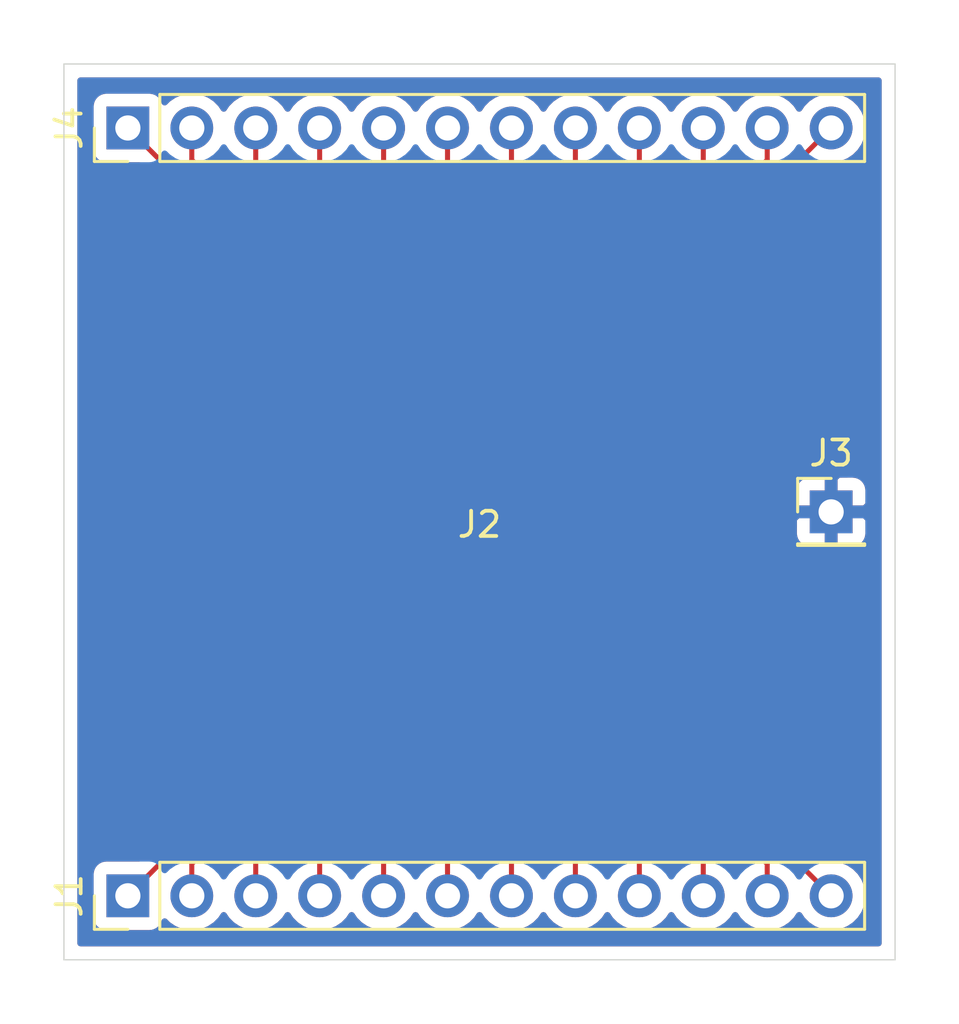
<source format=kicad_pcb>
(kicad_pcb (version 20171130) (host pcbnew "(5.1.6-0-10_14)")

  (general
    (thickness 1.6)
    (drawings 4)
    (tracks 68)
    (zones 0)
    (modules 4)
    (nets 26)
  )

  (page A4)
  (layers
    (0 F.Cu signal)
    (31 B.Cu signal hide)
    (32 B.Adhes user)
    (33 F.Adhes user)
    (34 B.Paste user)
    (35 F.Paste user)
    (36 B.SilkS user)
    (37 F.SilkS user)
    (38 B.Mask user)
    (39 F.Mask user)
    (40 Dwgs.User user)
    (41 Cmts.User user)
    (42 Eco1.User user)
    (43 Eco2.User user)
    (44 Edge.Cuts user)
    (45 Margin user)
    (46 B.CrtYd user)
    (47 F.CrtYd user)
    (48 B.Fab user)
    (49 F.Fab user)
  )

  (setup
    (last_trace_width 0.2)
    (trace_clearance 0.18)
    (zone_clearance 0.508)
    (zone_45_only no)
    (trace_min 0.2)
    (via_size 0.8)
    (via_drill 0.4)
    (via_min_size 0.4)
    (via_min_drill 0.3)
    (uvia_size 0.3)
    (uvia_drill 0.1)
    (uvias_allowed no)
    (uvia_min_size 0.2)
    (uvia_min_drill 0.1)
    (edge_width 0.05)
    (segment_width 0.2)
    (pcb_text_width 0.3)
    (pcb_text_size 1.5 1.5)
    (mod_edge_width 0.12)
    (mod_text_size 1 1)
    (mod_text_width 0.15)
    (pad_size 1.524 1.524)
    (pad_drill 0.762)
    (pad_to_mask_clearance 0.05)
    (aux_axis_origin 0 0)
    (visible_elements FFFFFF7F)
    (pcbplotparams
      (layerselection 0x010fc_ffffffff)
      (usegerberextensions false)
      (usegerberattributes true)
      (usegerberadvancedattributes true)
      (creategerberjobfile true)
      (excludeedgelayer true)
      (linewidth 0.100000)
      (plotframeref false)
      (viasonmask false)
      (mode 1)
      (useauxorigin false)
      (hpglpennumber 1)
      (hpglpenspeed 20)
      (hpglpendiameter 15.000000)
      (psnegative false)
      (psa4output false)
      (plotreference true)
      (plotvalue true)
      (plotinvisibletext false)
      (padsonsilk false)
      (subtractmaskfromsilk false)
      (outputformat 1)
      (mirror false)
      (drillshape 1)
      (scaleselection 1)
      (outputdirectory ""))
  )

  (net 0 "")
  (net 1 "Net-(J1-Pad12)")
  (net 2 "Net-(J1-Pad11)")
  (net 3 "Net-(J1-Pad10)")
  (net 4 "Net-(J1-Pad9)")
  (net 5 "Net-(J1-Pad8)")
  (net 6 "Net-(J1-Pad7)")
  (net 7 "Net-(J1-Pad6)")
  (net 8 "Net-(J1-Pad5)")
  (net 9 "Net-(J1-Pad4)")
  (net 10 "Net-(J1-Pad3)")
  (net 11 "Net-(J1-Pad2)")
  (net 12 "Net-(J1-Pad1)")
  (net 13 GND)
  (net 14 "Net-(J2-Pad24)")
  (net 15 "Net-(J2-Pad22)")
  (net 16 "Net-(J2-Pad20)")
  (net 17 "Net-(J2-Pad18)")
  (net 18 "Net-(J2-Pad16)")
  (net 19 "Net-(J2-Pad14)")
  (net 20 "Net-(J2-Pad12)")
  (net 21 "Net-(J2-Pad10)")
  (net 22 "Net-(J2-Pad8)")
  (net 23 "Net-(J2-Pad6)")
  (net 24 "Net-(J2-Pad4)")
  (net 25 "Net-(J2-Pad2)")

  (net_class Default "This is the default net class."
    (clearance 0.18)
    (trace_width 0.2)
    (via_dia 0.8)
    (via_drill 0.4)
    (uvia_dia 0.3)
    (uvia_drill 0.1)
    (add_net GND)
    (add_net "Net-(J1-Pad1)")
    (add_net "Net-(J1-Pad10)")
    (add_net "Net-(J1-Pad11)")
    (add_net "Net-(J1-Pad12)")
    (add_net "Net-(J1-Pad2)")
    (add_net "Net-(J1-Pad3)")
    (add_net "Net-(J1-Pad4)")
    (add_net "Net-(J1-Pad5)")
    (add_net "Net-(J1-Pad6)")
    (add_net "Net-(J1-Pad7)")
    (add_net "Net-(J1-Pad8)")
    (add_net "Net-(J1-Pad9)")
    (add_net "Net-(J2-Pad10)")
    (add_net "Net-(J2-Pad12)")
    (add_net "Net-(J2-Pad14)")
    (add_net "Net-(J2-Pad16)")
    (add_net "Net-(J2-Pad18)")
    (add_net "Net-(J2-Pad2)")
    (add_net "Net-(J2-Pad20)")
    (add_net "Net-(J2-Pad22)")
    (add_net "Net-(J2-Pad24)")
    (add_net "Net-(J2-Pad4)")
    (add_net "Net-(J2-Pad6)")
    (add_net "Net-(J2-Pad8)")
  )

  (module Connector_PinHeader_2.54mm:PinHeader_1x12_P2.54mm_Vertical locked (layer F.Cu) (tedit 59FED5CC) (tstamp 603240ED)
    (at 113.03 38.1 90)
    (descr "Through hole straight pin header, 1x12, 2.54mm pitch, single row")
    (tags "Through hole pin header THT 1x12 2.54mm single row")
    (path /603264C4)
    (fp_text reference J4 (at 0 -2.33 90) (layer F.SilkS)
      (effects (font (size 1 1) (thickness 0.15)))
    )
    (fp_text value Conn_01x12 (at 0 30.27 90) (layer F.Fab)
      (effects (font (size 1 1) (thickness 0.15)))
    )
    (fp_text user %R (at 0 13.97) (layer F.Fab)
      (effects (font (size 1 1) (thickness 0.15)))
    )
    (fp_line (start -0.635 -1.27) (end 1.27 -1.27) (layer F.Fab) (width 0.1))
    (fp_line (start 1.27 -1.27) (end 1.27 29.21) (layer F.Fab) (width 0.1))
    (fp_line (start 1.27 29.21) (end -1.27 29.21) (layer F.Fab) (width 0.1))
    (fp_line (start -1.27 29.21) (end -1.27 -0.635) (layer F.Fab) (width 0.1))
    (fp_line (start -1.27 -0.635) (end -0.635 -1.27) (layer F.Fab) (width 0.1))
    (fp_line (start -1.33 29.27) (end 1.33 29.27) (layer F.SilkS) (width 0.12))
    (fp_line (start -1.33 1.27) (end -1.33 29.27) (layer F.SilkS) (width 0.12))
    (fp_line (start 1.33 1.27) (end 1.33 29.27) (layer F.SilkS) (width 0.12))
    (fp_line (start -1.33 1.27) (end 1.33 1.27) (layer F.SilkS) (width 0.12))
    (fp_line (start -1.33 0) (end -1.33 -1.33) (layer F.SilkS) (width 0.12))
    (fp_line (start -1.33 -1.33) (end 0 -1.33) (layer F.SilkS) (width 0.12))
    (fp_line (start -1.8 -1.8) (end -1.8 29.75) (layer F.CrtYd) (width 0.05))
    (fp_line (start -1.8 29.75) (end 1.8 29.75) (layer F.CrtYd) (width 0.05))
    (fp_line (start 1.8 29.75) (end 1.8 -1.8) (layer F.CrtYd) (width 0.05))
    (fp_line (start 1.8 -1.8) (end -1.8 -1.8) (layer F.CrtYd) (width 0.05))
    (pad 12 thru_hole oval (at 0 27.94 90) (size 1.7 1.7) (drill 1) (layers *.Cu *.Mask)
      (net 14 "Net-(J2-Pad24)"))
    (pad 11 thru_hole oval (at 0 25.4 90) (size 1.7 1.7) (drill 1) (layers *.Cu *.Mask)
      (net 15 "Net-(J2-Pad22)"))
    (pad 10 thru_hole oval (at 0 22.86 90) (size 1.7 1.7) (drill 1) (layers *.Cu *.Mask)
      (net 16 "Net-(J2-Pad20)"))
    (pad 9 thru_hole oval (at 0 20.32 90) (size 1.7 1.7) (drill 1) (layers *.Cu *.Mask)
      (net 17 "Net-(J2-Pad18)"))
    (pad 8 thru_hole oval (at 0 17.78 90) (size 1.7 1.7) (drill 1) (layers *.Cu *.Mask)
      (net 18 "Net-(J2-Pad16)"))
    (pad 7 thru_hole oval (at 0 15.24 90) (size 1.7 1.7) (drill 1) (layers *.Cu *.Mask)
      (net 19 "Net-(J2-Pad14)"))
    (pad 6 thru_hole oval (at 0 12.7 90) (size 1.7 1.7) (drill 1) (layers *.Cu *.Mask)
      (net 20 "Net-(J2-Pad12)"))
    (pad 5 thru_hole oval (at 0 10.16 90) (size 1.7 1.7) (drill 1) (layers *.Cu *.Mask)
      (net 21 "Net-(J2-Pad10)"))
    (pad 4 thru_hole oval (at 0 7.62 90) (size 1.7 1.7) (drill 1) (layers *.Cu *.Mask)
      (net 22 "Net-(J2-Pad8)"))
    (pad 3 thru_hole oval (at 0 5.08 90) (size 1.7 1.7) (drill 1) (layers *.Cu *.Mask)
      (net 23 "Net-(J2-Pad6)"))
    (pad 2 thru_hole oval (at 0 2.54 90) (size 1.7 1.7) (drill 1) (layers *.Cu *.Mask)
      (net 24 "Net-(J2-Pad4)"))
    (pad 1 thru_hole rect (at 0 0 90) (size 1.7 1.7) (drill 1) (layers *.Cu *.Mask)
      (net 25 "Net-(J2-Pad2)"))
    (model ${KISYS3DMOD}/Connector_PinHeader_2.54mm.3dshapes/PinHeader_1x12_P2.54mm_Vertical.wrl
      (at (xyz 0 0 0))
      (scale (xyz 1 1 1))
      (rotate (xyz 0 0 0))
    )
  )

  (module Connector_PinHeader_2.54mm:PinHeader_1x01_P2.54mm_Vertical locked (layer F.Cu) (tedit 59FED5CC) (tstamp 60324553)
    (at 140.97 53.34)
    (descr "Through hole straight pin header, 1x01, 2.54mm pitch, single row")
    (tags "Through hole pin header THT 1x01 2.54mm single row")
    (path /60327544)
    (fp_text reference J3 (at 0 -2.33) (layer F.SilkS)
      (effects (font (size 1 1) (thickness 0.15)))
    )
    (fp_text value Conn_01x01 (at 0 2.33) (layer F.Fab)
      (effects (font (size 1 1) (thickness 0.15)))
    )
    (fp_text user %R (at 0 0 90) (layer F.Fab)
      (effects (font (size 1 1) (thickness 0.15)))
    )
    (fp_line (start -0.635 -1.27) (end 1.27 -1.27) (layer F.Fab) (width 0.1))
    (fp_line (start 1.27 -1.27) (end 1.27 1.27) (layer F.Fab) (width 0.1))
    (fp_line (start 1.27 1.27) (end -1.27 1.27) (layer F.Fab) (width 0.1))
    (fp_line (start -1.27 1.27) (end -1.27 -0.635) (layer F.Fab) (width 0.1))
    (fp_line (start -1.27 -0.635) (end -0.635 -1.27) (layer F.Fab) (width 0.1))
    (fp_line (start -1.33 1.33) (end 1.33 1.33) (layer F.SilkS) (width 0.12))
    (fp_line (start -1.33 1.27) (end -1.33 1.33) (layer F.SilkS) (width 0.12))
    (fp_line (start 1.33 1.27) (end 1.33 1.33) (layer F.SilkS) (width 0.12))
    (fp_line (start -1.33 1.27) (end 1.33 1.27) (layer F.SilkS) (width 0.12))
    (fp_line (start -1.33 0) (end -1.33 -1.33) (layer F.SilkS) (width 0.12))
    (fp_line (start -1.33 -1.33) (end 0 -1.33) (layer F.SilkS) (width 0.12))
    (fp_line (start -1.8 -1.8) (end -1.8 1.8) (layer F.CrtYd) (width 0.05))
    (fp_line (start -1.8 1.8) (end 1.8 1.8) (layer F.CrtYd) (width 0.05))
    (fp_line (start 1.8 1.8) (end 1.8 -1.8) (layer F.CrtYd) (width 0.05))
    (fp_line (start 1.8 -1.8) (end -1.8 -1.8) (layer F.CrtYd) (width 0.05))
    (pad 1 thru_hole rect (at 0 0) (size 1.7 1.7) (drill 1) (layers *.Cu *.Mask)
      (net 13 GND))
    (model ${KISYS3DMOD}/Connector_PinHeader_2.54mm.3dshapes/PinHeader_1x01_P2.54mm_Vertical.wrl
      (at (xyz 0 0 0))
      (scale (xyz 1 1 1))
      (rotate (xyz 0 0 0))
    )
  )

  (module footprints:AA03-S024VA1 locked (layer F.Cu) (tedit 6031DFF5) (tstamp 60324442)
    (at 127 53.34)
    (path /60320413)
    (fp_text reference J2 (at 0 0.5) (layer F.SilkS)
      (effects (font (size 1 1) (thickness 0.15)))
    )
    (fp_text value AA03-S024VA1 (at 0 -0.5) (layer F.Fab)
      (effects (font (size 1 1) (thickness 0.15)))
    )
    (fp_line (start -3.8 2.5) (end 3.8 2.5) (layer F.CrtYd) (width 0.12))
    (fp_line (start 3.8 2.5) (end 3.8 -2.5) (layer F.CrtYd) (width 0.12))
    (fp_line (start 3.8 -2.5) (end -3.8 -2.5) (layer F.CrtYd) (width 0.12))
    (fp_line (start -3.8 -2.5) (end -3.8 2.5) (layer F.CrtYd) (width 0.12))
    (pad 25 smd roundrect (at 3.06 -1.7) (size 0.98 1) (layers F.Cu F.Paste F.Mask) (roundrect_rratio 0.061)
      (net 13 GND))
    (pad 25 smd roundrect (at 3.06 1.7) (size 0.98 1) (layers F.Cu F.Paste F.Mask) (roundrect_rratio 0.061)
      (net 13 GND))
    (pad 25 smd roundrect (at -3.06 1.7) (size 0.98 1) (layers F.Cu F.Paste F.Mask) (roundrect_rratio 0.061)
      (net 13 GND))
    (pad 25 smd roundrect (at -3.06 -1.7) (size 0.98 1) (layers F.Cu F.Paste F.Mask) (roundrect_rratio 0.061)
      (net 13 GND))
    (pad 24 smd roundrect (at 2.2 -1.75) (size 0.22 0.9) (layers F.Cu F.Paste F.Mask) (roundrect_rratio 0.25)
      (net 14 "Net-(J2-Pad24)"))
    (pad 23 smd roundrect (at 2.2 1.75) (size 0.22 0.9) (layers F.Cu F.Paste F.Mask) (roundrect_rratio 0.25)
      (net 1 "Net-(J1-Pad12)"))
    (pad 22 smd roundrect (at 1.8 -1.75) (size 0.22 0.9) (layers F.Cu F.Paste F.Mask) (roundrect_rratio 0.25)
      (net 15 "Net-(J2-Pad22)"))
    (pad 21 smd roundrect (at 1.8 1.75) (size 0.22 0.9) (layers F.Cu F.Paste F.Mask) (roundrect_rratio 0.25)
      (net 2 "Net-(J1-Pad11)"))
    (pad 20 smd roundrect (at 1.4 -1.75) (size 0.22 0.9) (layers F.Cu F.Paste F.Mask) (roundrect_rratio 0.25)
      (net 16 "Net-(J2-Pad20)"))
    (pad 19 smd roundrect (at 1.4 1.75) (size 0.22 0.9) (layers F.Cu F.Paste F.Mask) (roundrect_rratio 0.25)
      (net 3 "Net-(J1-Pad10)"))
    (pad 18 smd roundrect (at 1 -1.75) (size 0.22 0.9) (layers F.Cu F.Paste F.Mask) (roundrect_rratio 0.25)
      (net 17 "Net-(J2-Pad18)"))
    (pad 17 smd roundrect (at 1 1.75) (size 0.22 0.9) (layers F.Cu F.Paste F.Mask) (roundrect_rratio 0.25)
      (net 4 "Net-(J1-Pad9)"))
    (pad 16 smd roundrect (at 0.6 -1.75) (size 0.22 0.9) (layers F.Cu F.Paste F.Mask) (roundrect_rratio 0.25)
      (net 18 "Net-(J2-Pad16)"))
    (pad 15 smd roundrect (at 0.6 1.75) (size 0.22 0.9) (layers F.Cu F.Paste F.Mask) (roundrect_rratio 0.25)
      (net 5 "Net-(J1-Pad8)"))
    (pad 14 smd roundrect (at 0.2 -1.75) (size 0.22 0.9) (layers F.Cu F.Paste F.Mask) (roundrect_rratio 0.25)
      (net 19 "Net-(J2-Pad14)"))
    (pad 13 smd roundrect (at 0.2 1.75) (size 0.22 0.9) (layers F.Cu F.Paste F.Mask) (roundrect_rratio 0.25)
      (net 6 "Net-(J1-Pad7)"))
    (pad 12 smd roundrect (at -0.2 -1.75) (size 0.22 0.9) (layers F.Cu F.Paste F.Mask) (roundrect_rratio 0.25)
      (net 20 "Net-(J2-Pad12)"))
    (pad 11 smd roundrect (at -0.2 1.75) (size 0.22 0.9) (layers F.Cu F.Paste F.Mask) (roundrect_rratio 0.25)
      (net 7 "Net-(J1-Pad6)"))
    (pad 10 smd roundrect (at -0.6 -1.75) (size 0.22 0.9) (layers F.Cu F.Paste F.Mask) (roundrect_rratio 0.25)
      (net 21 "Net-(J2-Pad10)"))
    (pad 9 smd roundrect (at -0.6 1.75) (size 0.22 0.9) (layers F.Cu F.Paste F.Mask) (roundrect_rratio 0.25)
      (net 8 "Net-(J1-Pad5)"))
    (pad 8 smd roundrect (at -1 -1.75) (size 0.22 0.9) (layers F.Cu F.Paste F.Mask) (roundrect_rratio 0.25)
      (net 22 "Net-(J2-Pad8)"))
    (pad 7 smd roundrect (at -1 1.75) (size 0.22 0.9) (layers F.Cu F.Paste F.Mask) (roundrect_rratio 0.25)
      (net 9 "Net-(J1-Pad4)"))
    (pad 6 smd roundrect (at -1.4 -1.75) (size 0.22 0.9) (layers F.Cu F.Paste F.Mask) (roundrect_rratio 0.25)
      (net 23 "Net-(J2-Pad6)"))
    (pad 5 smd roundrect (at -1.4 1.75) (size 0.22 0.9) (layers F.Cu F.Paste F.Mask) (roundrect_rratio 0.25)
      (net 10 "Net-(J1-Pad3)"))
    (pad 4 smd roundrect (at -1.8 -1.75) (size 0.22 0.9) (layers F.Cu F.Paste F.Mask) (roundrect_rratio 0.25)
      (net 24 "Net-(J2-Pad4)"))
    (pad 3 smd roundrect (at -1.8 1.75) (size 0.22 0.9) (layers F.Cu F.Paste F.Mask) (roundrect_rratio 0.25)
      (net 11 "Net-(J1-Pad2)"))
    (pad 2 smd roundrect (at -2.2 -1.75) (size 0.22 0.9) (layers F.Cu F.Paste F.Mask) (roundrect_rratio 0.25)
      (net 25 "Net-(J2-Pad2)"))
    (pad 1 smd roundrect (at -2.2 1.75) (size 0.22 0.9) (layers F.Cu F.Paste F.Mask) (roundrect_rratio 0.25)
      (net 12 "Net-(J1-Pad1)"))
  )

  (module Connector_PinHeader_2.54mm:PinHeader_1x12_P2.54mm_Vertical locked (layer F.Cu) (tedit 59FED5CC) (tstamp 60324094)
    (at 113.03 68.58 90)
    (descr "Through hole straight pin header, 1x12, 2.54mm pitch, single row")
    (tags "Through hole pin header THT 1x12 2.54mm single row")
    (path /60322498)
    (fp_text reference J1 (at 0 -2.33 90) (layer F.SilkS)
      (effects (font (size 1 1) (thickness 0.15)))
    )
    (fp_text value Conn_01x12 (at 0 30.27 90) (layer F.Fab)
      (effects (font (size 1 1) (thickness 0.15)))
    )
    (fp_text user %R (at 0 13.97) (layer F.Fab)
      (effects (font (size 1 1) (thickness 0.15)))
    )
    (fp_line (start -0.635 -1.27) (end 1.27 -1.27) (layer F.Fab) (width 0.1))
    (fp_line (start 1.27 -1.27) (end 1.27 29.21) (layer F.Fab) (width 0.1))
    (fp_line (start 1.27 29.21) (end -1.27 29.21) (layer F.Fab) (width 0.1))
    (fp_line (start -1.27 29.21) (end -1.27 -0.635) (layer F.Fab) (width 0.1))
    (fp_line (start -1.27 -0.635) (end -0.635 -1.27) (layer F.Fab) (width 0.1))
    (fp_line (start -1.33 29.27) (end 1.33 29.27) (layer F.SilkS) (width 0.12))
    (fp_line (start -1.33 1.27) (end -1.33 29.27) (layer F.SilkS) (width 0.12))
    (fp_line (start 1.33 1.27) (end 1.33 29.27) (layer F.SilkS) (width 0.12))
    (fp_line (start -1.33 1.27) (end 1.33 1.27) (layer F.SilkS) (width 0.12))
    (fp_line (start -1.33 0) (end -1.33 -1.33) (layer F.SilkS) (width 0.12))
    (fp_line (start -1.33 -1.33) (end 0 -1.33) (layer F.SilkS) (width 0.12))
    (fp_line (start -1.8 -1.8) (end -1.8 29.75) (layer F.CrtYd) (width 0.05))
    (fp_line (start -1.8 29.75) (end 1.8 29.75) (layer F.CrtYd) (width 0.05))
    (fp_line (start 1.8 29.75) (end 1.8 -1.8) (layer F.CrtYd) (width 0.05))
    (fp_line (start 1.8 -1.8) (end -1.8 -1.8) (layer F.CrtYd) (width 0.05))
    (pad 12 thru_hole oval (at 0 27.94 90) (size 1.7 1.7) (drill 1) (layers *.Cu *.Mask)
      (net 1 "Net-(J1-Pad12)"))
    (pad 11 thru_hole oval (at 0 25.4 90) (size 1.7 1.7) (drill 1) (layers *.Cu *.Mask)
      (net 2 "Net-(J1-Pad11)"))
    (pad 10 thru_hole oval (at 0 22.86 90) (size 1.7 1.7) (drill 1) (layers *.Cu *.Mask)
      (net 3 "Net-(J1-Pad10)"))
    (pad 9 thru_hole oval (at 0 20.32 90) (size 1.7 1.7) (drill 1) (layers *.Cu *.Mask)
      (net 4 "Net-(J1-Pad9)"))
    (pad 8 thru_hole oval (at 0 17.78 90) (size 1.7 1.7) (drill 1) (layers *.Cu *.Mask)
      (net 5 "Net-(J1-Pad8)"))
    (pad 7 thru_hole oval (at 0 15.24 90) (size 1.7 1.7) (drill 1) (layers *.Cu *.Mask)
      (net 6 "Net-(J1-Pad7)"))
    (pad 6 thru_hole oval (at 0 12.7 90) (size 1.7 1.7) (drill 1) (layers *.Cu *.Mask)
      (net 7 "Net-(J1-Pad6)"))
    (pad 5 thru_hole oval (at 0 10.16 90) (size 1.7 1.7) (drill 1) (layers *.Cu *.Mask)
      (net 8 "Net-(J1-Pad5)"))
    (pad 4 thru_hole oval (at 0 7.62 90) (size 1.7 1.7) (drill 1) (layers *.Cu *.Mask)
      (net 9 "Net-(J1-Pad4)"))
    (pad 3 thru_hole oval (at 0 5.08 90) (size 1.7 1.7) (drill 1) (layers *.Cu *.Mask)
      (net 10 "Net-(J1-Pad3)"))
    (pad 2 thru_hole oval (at 0 2.54 90) (size 1.7 1.7) (drill 1) (layers *.Cu *.Mask)
      (net 11 "Net-(J1-Pad2)"))
    (pad 1 thru_hole rect (at 0 0 90) (size 1.7 1.7) (drill 1) (layers *.Cu *.Mask)
      (net 12 "Net-(J1-Pad1)"))
    (model ${KISYS3DMOD}/Connector_PinHeader_2.54mm.3dshapes/PinHeader_1x12_P2.54mm_Vertical.wrl
      (at (xyz 0 0 0))
      (scale (xyz 1 1 1))
      (rotate (xyz 0 0 0))
    )
  )

  (gr_line (start 110.49 71.12) (end 110.49 35.56) (layer Edge.Cuts) (width 0.05) (tstamp 60324B53))
  (gr_line (start 143.51 71.12) (end 110.49 71.12) (layer Edge.Cuts) (width 0.05))
  (gr_line (start 143.51 35.56) (end 143.51 71.12) (layer Edge.Cuts) (width 0.05))
  (gr_line (start 110.49 35.56) (end 143.51 35.56) (layer Edge.Cuts) (width 0.05))

  (segment (start 129.2 56.81) (end 140.97 68.58) (width 0.2) (layer F.Cu) (net 1))
  (segment (start 129.2 55.09) (end 129.2 56.81) (width 0.2) (layer F.Cu) (net 1))
  (segment (start 138.43 67.31) (end 138.43 68.58) (width 0.2) (layer F.Cu) (net 2))
  (segment (start 128.8 57.68) (end 138.43 67.31) (width 0.2) (layer F.Cu) (net 2))
  (segment (start 128.8 55.09) (end 128.8 57.68) (width 0.2) (layer F.Cu) (net 2))
  (segment (start 135.89 66.04) (end 135.89 68.58) (width 0.2) (layer F.Cu) (net 3))
  (segment (start 128.4 58.55) (end 135.89 66.04) (width 0.2) (layer F.Cu) (net 3))
  (segment (start 128.4 55.09) (end 128.4 58.55) (width 0.2) (layer F.Cu) (net 3))
  (segment (start 133.35 64.77) (end 133.35 68.58) (width 0.2) (layer F.Cu) (net 4))
  (segment (start 128 59.42) (end 133.35 64.77) (width 0.2) (layer F.Cu) (net 4))
  (segment (start 128 55.09) (end 128 59.42) (width 0.2) (layer F.Cu) (net 4))
  (segment (start 130.81 63.5) (end 130.81 68.58) (width 0.2) (layer F.Cu) (net 5))
  (segment (start 127.6 60.29) (end 130.81 63.5) (width 0.2) (layer F.Cu) (net 5))
  (segment (start 127.6 55.09) (end 127.6 60.29) (width 0.2) (layer F.Cu) (net 5))
  (segment (start 128.27 62.23) (end 128.27 68.58) (width 0.2) (layer F.Cu) (net 6))
  (segment (start 127.2 61.16) (end 128.27 62.23) (width 0.2) (layer F.Cu) (net 6))
  (segment (start 127.2 55.09) (end 127.2 61.16) (width 0.2) (layer F.Cu) (net 6))
  (segment (start 125.73 62.23) (end 125.73 68.58) (width 0.2) (layer F.Cu) (net 7))
  (segment (start 126.8 61.16) (end 125.73 62.23) (width 0.2) (layer F.Cu) (net 7))
  (segment (start 126.8 55.09) (end 126.8 61.16) (width 0.2) (layer F.Cu) (net 7))
  (segment (start 123.19 63.5) (end 123.19 68.58) (width 0.2) (layer F.Cu) (net 8))
  (segment (start 126.4 60.29) (end 123.19 63.5) (width 0.2) (layer F.Cu) (net 8))
  (segment (start 126.4 55.09) (end 126.4 60.29) (width 0.2) (layer F.Cu) (net 8))
  (segment (start 126 59.42) (end 120.65 64.77) (width 0.2) (layer F.Cu) (net 9))
  (segment (start 120.65 64.77) (end 120.65 68.58) (width 0.2) (layer F.Cu) (net 9))
  (segment (start 126 55.09) (end 126 59.42) (width 0.2) (layer F.Cu) (net 9))
  (segment (start 118.11 66.04) (end 118.11 68.58) (width 0.2) (layer F.Cu) (net 10))
  (segment (start 125.6 58.55) (end 118.11 66.04) (width 0.2) (layer F.Cu) (net 10))
  (segment (start 125.6 55.09) (end 125.6 58.55) (width 0.2) (layer F.Cu) (net 10))
  (segment (start 115.57 67.31) (end 115.57 68.58) (width 0.2) (layer F.Cu) (net 11))
  (segment (start 125.2 57.68) (end 115.57 67.31) (width 0.2) (layer F.Cu) (net 11))
  (segment (start 125.2 55.09) (end 125.2 57.68) (width 0.2) (layer F.Cu) (net 11))
  (segment (start 124.8 56.81) (end 113.03 68.58) (width 0.2) (layer F.Cu) (net 12))
  (segment (start 124.8 55.09) (end 124.8 56.81) (width 0.2) (layer F.Cu) (net 12))
  (segment (start 129.2 49.87) (end 140.97 38.1) (width 0.2) (layer F.Cu) (net 14))
  (segment (start 129.2 51.59) (end 129.2 49.87) (width 0.2) (layer F.Cu) (net 14))
  (segment (start 138.43 39.37) (end 138.43 38.1) (width 0.2) (layer F.Cu) (net 15))
  (segment (start 128.8 49) (end 138.43 39.37) (width 0.2) (layer F.Cu) (net 15))
  (segment (start 128.8 51.59) (end 128.8 49) (width 0.2) (layer F.Cu) (net 15))
  (segment (start 128.4 48.13) (end 135.89 40.64) (width 0.2) (layer F.Cu) (net 16))
  (segment (start 135.89 40.64) (end 135.89 38.1) (width 0.2) (layer F.Cu) (net 16))
  (segment (start 128.4 51.59) (end 128.4 48.13) (width 0.2) (layer F.Cu) (net 16))
  (segment (start 133.35 41.91) (end 133.35 38.1) (width 0.2) (layer F.Cu) (net 17))
  (segment (start 128 47.26) (end 133.35 41.91) (width 0.2) (layer F.Cu) (net 17))
  (segment (start 128 51.59) (end 128 47.26) (width 0.2) (layer F.Cu) (net 17))
  (segment (start 130.81 43.18) (end 130.81 38.1) (width 0.2) (layer F.Cu) (net 18))
  (segment (start 127.6 46.39) (end 130.81 43.18) (width 0.2) (layer F.Cu) (net 18))
  (segment (start 127.6 51.59) (end 127.6 46.39) (width 0.2) (layer F.Cu) (net 18))
  (segment (start 127.2 45.52) (end 128.27 44.45) (width 0.2) (layer F.Cu) (net 19))
  (segment (start 128.27 44.45) (end 128.27 38.1) (width 0.2) (layer F.Cu) (net 19))
  (segment (start 127.2 51.59) (end 127.2 45.52) (width 0.2) (layer F.Cu) (net 19))
  (segment (start 125.73 44.45) (end 125.73 38.1) (width 0.2) (layer F.Cu) (net 20))
  (segment (start 126.8 45.52) (end 125.73 44.45) (width 0.2) (layer F.Cu) (net 20))
  (segment (start 126.8 51.59) (end 126.8 45.52) (width 0.2) (layer F.Cu) (net 20))
  (segment (start 123.19 43.18) (end 123.19 38.1) (width 0.2) (layer F.Cu) (net 21))
  (segment (start 126.4 46.39) (end 123.19 43.18) (width 0.2) (layer F.Cu) (net 21))
  (segment (start 126.4 51.59) (end 126.4 46.39) (width 0.2) (layer F.Cu) (net 21))
  (segment (start 120.65 41.91) (end 120.65 38.1) (width 0.2) (layer F.Cu) (net 22))
  (segment (start 126 47.26) (end 120.65 41.91) (width 0.2) (layer F.Cu) (net 22))
  (segment (start 126 51.59) (end 126 47.26) (width 0.2) (layer F.Cu) (net 22))
  (segment (start 118.11 40.64) (end 118.11 38.1) (width 0.2) (layer F.Cu) (net 23))
  (segment (start 125.6 48.13) (end 118.11 40.64) (width 0.2) (layer F.Cu) (net 23))
  (segment (start 125.6 51.59) (end 125.6 48.13) (width 0.2) (layer F.Cu) (net 23))
  (segment (start 115.57 39.37) (end 115.57 38.1) (width 0.2) (layer F.Cu) (net 24))
  (segment (start 125.2 49) (end 115.57 39.37) (width 0.2) (layer F.Cu) (net 24))
  (segment (start 125.2 51.59) (end 125.2 49) (width 0.2) (layer F.Cu) (net 24))
  (segment (start 124.8 49.87) (end 113.03 38.1) (width 0.2) (layer F.Cu) (net 25))
  (segment (start 124.8 51.59) (end 124.8 49.87) (width 0.2) (layer F.Cu) (net 25))

  (zone (net 13) (net_name GND) (layer F.Cu) (tstamp 0) (hatch edge 0.508)
    (connect_pads (clearance 0.508))
    (min_thickness 0.254)
    (fill yes (arc_segments 32) (thermal_gap 0.508) (thermal_bridge_width 0.508))
    (polygon
      (pts
        (xy 146.05 73.66) (xy 107.95 73.66) (xy 107.95 33.02) (xy 146.05 33.02)
      )
    )
    (filled_polygon
      (pts
        (xy 142.850001 70.46) (xy 111.15 70.46) (xy 111.15 67.73) (xy 111.541928 67.73) (xy 111.541928 69.43)
        (xy 111.554188 69.554482) (xy 111.590498 69.67418) (xy 111.649463 69.784494) (xy 111.728815 69.881185) (xy 111.825506 69.960537)
        (xy 111.93582 70.019502) (xy 112.055518 70.055812) (xy 112.18 70.068072) (xy 113.88 70.068072) (xy 114.004482 70.055812)
        (xy 114.12418 70.019502) (xy 114.234494 69.960537) (xy 114.331185 69.881185) (xy 114.410537 69.784494) (xy 114.469502 69.67418)
        (xy 114.491513 69.60162) (xy 114.623368 69.733475) (xy 114.866589 69.89599) (xy 115.136842 70.007932) (xy 115.42374 70.065)
        (xy 115.71626 70.065) (xy 116.003158 70.007932) (xy 116.273411 69.89599) (xy 116.516632 69.733475) (xy 116.723475 69.526632)
        (xy 116.84 69.35224) (xy 116.956525 69.526632) (xy 117.163368 69.733475) (xy 117.406589 69.89599) (xy 117.676842 70.007932)
        (xy 117.96374 70.065) (xy 118.25626 70.065) (xy 118.543158 70.007932) (xy 118.813411 69.89599) (xy 119.056632 69.733475)
        (xy 119.263475 69.526632) (xy 119.38 69.35224) (xy 119.496525 69.526632) (xy 119.703368 69.733475) (xy 119.946589 69.89599)
        (xy 120.216842 70.007932) (xy 120.50374 70.065) (xy 120.79626 70.065) (xy 121.083158 70.007932) (xy 121.353411 69.89599)
        (xy 121.596632 69.733475) (xy 121.803475 69.526632) (xy 121.92 69.35224) (xy 122.036525 69.526632) (xy 122.243368 69.733475)
        (xy 122.486589 69.89599) (xy 122.756842 70.007932) (xy 123.04374 70.065) (xy 123.33626 70.065) (xy 123.623158 70.007932)
        (xy 123.893411 69.89599) (xy 124.136632 69.733475) (xy 124.343475 69.526632) (xy 124.46 69.35224) (xy 124.576525 69.526632)
        (xy 124.783368 69.733475) (xy 125.026589 69.89599) (xy 125.296842 70.007932) (xy 125.58374 70.065) (xy 125.87626 70.065)
        (xy 126.163158 70.007932) (xy 126.433411 69.89599) (xy 126.676632 69.733475) (xy 126.883475 69.526632) (xy 127 69.35224)
        (xy 127.116525 69.526632) (xy 127.323368 69.733475) (xy 127.566589 69.89599) (xy 127.836842 70.007932) (xy 128.12374 70.065)
        (xy 128.41626 70.065) (xy 128.703158 70.007932) (xy 128.973411 69.89599) (xy 129.216632 69.733475) (xy 129.423475 69.526632)
        (xy 129.54 69.35224) (xy 129.656525 69.526632) (xy 129.863368 69.733475) (xy 130.106589 69.89599) (xy 130.376842 70.007932)
        (xy 130.66374 70.065) (xy 130.95626 70.065) (xy 131.243158 70.007932) (xy 131.513411 69.89599) (xy 131.756632 69.733475)
        (xy 131.963475 69.526632) (xy 132.08 69.35224) (xy 132.196525 69.526632) (xy 132.403368 69.733475) (xy 132.646589 69.89599)
        (xy 132.916842 70.007932) (xy 133.20374 70.065) (xy 133.49626 70.065) (xy 133.783158 70.007932) (xy 134.053411 69.89599)
        (xy 134.296632 69.733475) (xy 134.503475 69.526632) (xy 134.62 69.35224) (xy 134.736525 69.526632) (xy 134.943368 69.733475)
        (xy 135.186589 69.89599) (xy 135.456842 70.007932) (xy 135.74374 70.065) (xy 136.03626 70.065) (xy 136.323158 70.007932)
        (xy 136.593411 69.89599) (xy 136.836632 69.733475) (xy 137.043475 69.526632) (xy 137.16 69.35224) (xy 137.276525 69.526632)
        (xy 137.483368 69.733475) (xy 137.726589 69.89599) (xy 137.996842 70.007932) (xy 138.28374 70.065) (xy 138.57626 70.065)
        (xy 138.863158 70.007932) (xy 139.133411 69.89599) (xy 139.376632 69.733475) (xy 139.583475 69.526632) (xy 139.7 69.35224)
        (xy 139.816525 69.526632) (xy 140.023368 69.733475) (xy 140.266589 69.89599) (xy 140.536842 70.007932) (xy 140.82374 70.065)
        (xy 141.11626 70.065) (xy 141.403158 70.007932) (xy 141.673411 69.89599) (xy 141.916632 69.733475) (xy 142.123475 69.526632)
        (xy 142.28599 69.283411) (xy 142.397932 69.013158) (xy 142.455 68.72626) (xy 142.455 68.43374) (xy 142.397932 68.146842)
        (xy 142.28599 67.876589) (xy 142.123475 67.633368) (xy 141.916632 67.426525) (xy 141.673411 67.26401) (xy 141.403158 67.152068)
        (xy 141.11626 67.095) (xy 140.82374 67.095) (xy 140.574103 67.144656) (xy 129.935 56.505554) (xy 129.935 55.617724)
        (xy 129.948072 55.485) (xy 129.948072 55.167) (xy 130.187 55.167) (xy 130.187 56.01625) (xy 130.34575 56.175)
        (xy 130.55 56.178072) (xy 130.674482 56.165812) (xy 130.79418 56.129502) (xy 130.904494 56.070537) (xy 131.001185 55.991185)
        (xy 131.080537 55.894494) (xy 131.139502 55.78418) (xy 131.175812 55.664482) (xy 131.188072 55.54) (xy 131.185 55.32575)
        (xy 131.02625 55.167) (xy 130.187 55.167) (xy 129.948072 55.167) (xy 129.948072 54.695) (xy 129.934755 54.559788)
        (xy 129.933 54.554003) (xy 129.933 54.06375) (xy 130.187 54.06375) (xy 130.187 54.913) (xy 131.02625 54.913)
        (xy 131.185 54.75425) (xy 131.188072 54.54) (xy 131.175812 54.415518) (xy 131.139502 54.29582) (xy 131.08294 54.19)
        (xy 139.481928 54.19) (xy 139.494188 54.314482) (xy 139.530498 54.43418) (xy 139.589463 54.544494) (xy 139.668815 54.641185)
        (xy 139.765506 54.720537) (xy 139.87582 54.779502) (xy 139.995518 54.815812) (xy 140.12 54.828072) (xy 140.68425 54.825)
        (xy 140.843 54.66625) (xy 140.843 53.467) (xy 141.097 53.467) (xy 141.097 54.66625) (xy 141.25575 54.825)
        (xy 141.82 54.828072) (xy 141.944482 54.815812) (xy 142.06418 54.779502) (xy 142.174494 54.720537) (xy 142.271185 54.641185)
        (xy 142.350537 54.544494) (xy 142.409502 54.43418) (xy 142.445812 54.314482) (xy 142.458072 54.19) (xy 142.455 53.62575)
        (xy 142.29625 53.467) (xy 141.097 53.467) (xy 140.843 53.467) (xy 139.64375 53.467) (xy 139.485 53.62575)
        (xy 139.481928 54.19) (xy 131.08294 54.19) (xy 131.080537 54.185506) (xy 131.001185 54.088815) (xy 130.904494 54.009463)
        (xy 130.79418 53.950498) (xy 130.674482 53.914188) (xy 130.55 53.901928) (xy 130.34575 53.905) (xy 130.187 54.06375)
        (xy 129.933 54.06375) (xy 129.77425 53.905) (xy 129.57 53.901928) (xy 129.445518 53.914188) (xy 129.32582 53.950498)
        (xy 129.229603 54.001928) (xy 129.145 54.001928) (xy 129.009788 54.015245) (xy 129 54.018214) (xy 128.990212 54.015245)
        (xy 128.855 54.001928) (xy 128.745 54.001928) (xy 128.609788 54.015245) (xy 128.6 54.018214) (xy 128.590212 54.015245)
        (xy 128.455 54.001928) (xy 128.345 54.001928) (xy 128.209788 54.015245) (xy 128.2 54.018214) (xy 128.190212 54.015245)
        (xy 128.055 54.001928) (xy 127.945 54.001928) (xy 127.809788 54.015245) (xy 127.8 54.018214) (xy 127.790212 54.015245)
        (xy 127.655 54.001928) (xy 127.545 54.001928) (xy 127.409788 54.015245) (xy 127.4 54.018214) (xy 127.390212 54.015245)
        (xy 127.255 54.001928) (xy 127.145 54.001928) (xy 127.009788 54.015245) (xy 127 54.018214) (xy 126.990212 54.015245)
        (xy 126.855 54.001928) (xy 126.745 54.001928) (xy 126.609788 54.015245) (xy 126.6 54.018214) (xy 126.590212 54.015245)
        (xy 126.455 54.001928) (xy 126.345 54.001928) (xy 126.209788 54.015245) (xy 126.2 54.018214) (xy 126.190212 54.015245)
        (xy 126.055 54.001928) (xy 125.945 54.001928) (xy 125.809788 54.015245) (xy 125.8 54.018214) (xy 125.790212 54.015245)
        (xy 125.655 54.001928) (xy 125.545 54.001928) (xy 125.409788 54.015245) (xy 125.4 54.018214) (xy 125.390212 54.015245)
        (xy 125.255 54.001928) (xy 125.145 54.001928) (xy 125.009788 54.015245) (xy 125 54.018214) (xy 124.990212 54.015245)
        (xy 124.855 54.001928) (xy 124.770397 54.001928) (xy 124.67418 53.950498) (xy 124.554482 53.914188) (xy 124.43 53.901928)
        (xy 124.22575 53.905) (xy 124.067 54.06375) (xy 124.067 54.554003) (xy 124.065245 54.559788) (xy 124.051928 54.695)
        (xy 124.051928 55.485) (xy 124.065 55.617728) (xy 124.065001 56.505552) (xy 113.478626 67.091928) (xy 112.18 67.091928)
        (xy 112.055518 67.104188) (xy 111.93582 67.140498) (xy 111.825506 67.199463) (xy 111.728815 67.278815) (xy 111.649463 67.375506)
        (xy 111.590498 67.48582) (xy 111.554188 67.605518) (xy 111.541928 67.73) (xy 111.15 67.73) (xy 111.15 55.54)
        (xy 122.811928 55.54) (xy 122.824188 55.664482) (xy 122.860498 55.78418) (xy 122.919463 55.894494) (xy 122.998815 55.991185)
        (xy 123.095506 56.070537) (xy 123.20582 56.129502) (xy 123.325518 56.165812) (xy 123.45 56.178072) (xy 123.65425 56.175)
        (xy 123.813 56.01625) (xy 123.813 55.167) (xy 122.97375 55.167) (xy 122.815 55.32575) (xy 122.811928 55.54)
        (xy 111.15 55.54) (xy 111.15 54.54) (xy 122.811928 54.54) (xy 122.815 54.75425) (xy 122.97375 54.913)
        (xy 123.813 54.913) (xy 123.813 54.06375) (xy 123.65425 53.905) (xy 123.45 53.901928) (xy 123.325518 53.914188)
        (xy 123.20582 53.950498) (xy 123.095506 54.009463) (xy 122.998815 54.088815) (xy 122.919463 54.185506) (xy 122.860498 54.29582)
        (xy 122.824188 54.415518) (xy 122.811928 54.54) (xy 111.15 54.54) (xy 111.15 52.14) (xy 122.811928 52.14)
        (xy 122.824188 52.264482) (xy 122.860498 52.38418) (xy 122.919463 52.494494) (xy 122.998815 52.591185) (xy 123.095506 52.670537)
        (xy 123.20582 52.729502) (xy 123.325518 52.765812) (xy 123.45 52.778072) (xy 123.65425 52.775) (xy 123.813 52.61625)
        (xy 123.813 51.767) (xy 122.97375 51.767) (xy 122.815 51.92575) (xy 122.811928 52.14) (xy 111.15 52.14)
        (xy 111.15 51.14) (xy 122.811928 51.14) (xy 122.815 51.35425) (xy 122.97375 51.513) (xy 123.813 51.513)
        (xy 123.813 50.66375) (xy 123.65425 50.505) (xy 123.45 50.501928) (xy 123.325518 50.514188) (xy 123.20582 50.550498)
        (xy 123.095506 50.609463) (xy 122.998815 50.688815) (xy 122.919463 50.785506) (xy 122.860498 50.89582) (xy 122.824188 51.015518)
        (xy 122.811928 51.14) (xy 111.15 51.14) (xy 111.15 37.25) (xy 111.541928 37.25) (xy 111.541928 38.95)
        (xy 111.554188 39.074482) (xy 111.590498 39.19418) (xy 111.649463 39.304494) (xy 111.728815 39.401185) (xy 111.825506 39.480537)
        (xy 111.93582 39.539502) (xy 112.055518 39.575812) (xy 112.18 39.588072) (xy 113.478626 39.588072) (xy 124.065001 50.174448)
        (xy 124.065 51.062272) (xy 124.051928 51.195) (xy 124.051928 51.985) (xy 124.065245 52.120212) (xy 124.067 52.125997)
        (xy 124.067 52.61625) (xy 124.22575 52.775) (xy 124.43 52.778072) (xy 124.554482 52.765812) (xy 124.67418 52.729502)
        (xy 124.770397 52.678072) (xy 124.855 52.678072) (xy 124.990212 52.664755) (xy 125 52.661786) (xy 125.009788 52.664755)
        (xy 125.145 52.678072) (xy 125.255 52.678072) (xy 125.390212 52.664755) (xy 125.4 52.661786) (xy 125.409788 52.664755)
        (xy 125.545 52.678072) (xy 125.655 52.678072) (xy 125.790212 52.664755) (xy 125.8 52.661786) (xy 125.809788 52.664755)
        (xy 125.945 52.678072) (xy 126.055 52.678072) (xy 126.190212 52.664755) (xy 126.2 52.661786) (xy 126.209788 52.664755)
        (xy 126.345 52.678072) (xy 126.455 52.678072) (xy 126.590212 52.664755) (xy 126.6 52.661786) (xy 126.609788 52.664755)
        (xy 126.745 52.678072) (xy 126.855 52.678072) (xy 126.990212 52.664755) (xy 127 52.661786) (xy 127.009788 52.664755)
        (xy 127.145 52.678072) (xy 127.255 52.678072) (xy 127.390212 52.664755) (xy 127.4 52.661786) (xy 127.409788 52.664755)
        (xy 127.545 52.678072) (xy 127.655 52.678072) (xy 127.790212 52.664755) (xy 127.8 52.661786) (xy 127.809788 52.664755)
        (xy 127.945 52.678072) (xy 128.055 52.678072) (xy 128.190212 52.664755) (xy 128.2 52.661786) (xy 128.209788 52.664755)
        (xy 128.345 52.678072) (xy 128.455 52.678072) (xy 128.590212 52.664755) (xy 128.6 52.661786) (xy 128.609788 52.664755)
        (xy 128.745 52.678072) (xy 128.855 52.678072) (xy 128.990212 52.664755) (xy 129 52.661786) (xy 129.009788 52.664755)
        (xy 129.145 52.678072) (xy 129.229603 52.678072) (xy 129.32582 52.729502) (xy 129.445518 52.765812) (xy 129.57 52.778072)
        (xy 129.77425 52.775) (xy 129.933 52.61625) (xy 129.933 52.125997) (xy 129.934755 52.120212) (xy 129.948072 51.985)
        (xy 129.948072 51.767) (xy 130.187 51.767) (xy 130.187 52.61625) (xy 130.34575 52.775) (xy 130.55 52.778072)
        (xy 130.674482 52.765812) (xy 130.79418 52.729502) (xy 130.904494 52.670537) (xy 131.001185 52.591185) (xy 131.080537 52.494494)
        (xy 131.082939 52.49) (xy 139.481928 52.49) (xy 139.485 53.05425) (xy 139.64375 53.213) (xy 140.843 53.213)
        (xy 140.843 52.01375) (xy 141.097 52.01375) (xy 141.097 53.213) (xy 142.29625 53.213) (xy 142.455 53.05425)
        (xy 142.458072 52.49) (xy 142.445812 52.365518) (xy 142.409502 52.24582) (xy 142.350537 52.135506) (xy 142.271185 52.038815)
        (xy 142.174494 51.959463) (xy 142.06418 51.900498) (xy 141.944482 51.864188) (xy 141.82 51.851928) (xy 141.25575 51.855)
        (xy 141.097 52.01375) (xy 140.843 52.01375) (xy 140.68425 51.855) (xy 140.12 51.851928) (xy 139.995518 51.864188)
        (xy 139.87582 51.900498) (xy 139.765506 51.959463) (xy 139.668815 52.038815) (xy 139.589463 52.135506) (xy 139.530498 52.24582)
        (xy 139.494188 52.365518) (xy 139.481928 52.49) (xy 131.082939 52.49) (xy 131.139502 52.38418) (xy 131.175812 52.264482)
        (xy 131.188072 52.14) (xy 131.185 51.92575) (xy 131.02625 51.767) (xy 130.187 51.767) (xy 129.948072 51.767)
        (xy 129.948072 51.195) (xy 129.935 51.062276) (xy 129.935 50.66375) (xy 130.187 50.66375) (xy 130.187 51.513)
        (xy 131.02625 51.513) (xy 131.185 51.35425) (xy 131.188072 51.14) (xy 131.175812 51.015518) (xy 131.139502 50.89582)
        (xy 131.080537 50.785506) (xy 131.001185 50.688815) (xy 130.904494 50.609463) (xy 130.79418 50.550498) (xy 130.674482 50.514188)
        (xy 130.55 50.501928) (xy 130.34575 50.505) (xy 130.187 50.66375) (xy 129.935 50.66375) (xy 129.935 50.174446)
        (xy 140.574103 39.535344) (xy 140.82374 39.585) (xy 141.11626 39.585) (xy 141.403158 39.527932) (xy 141.673411 39.41599)
        (xy 141.916632 39.253475) (xy 142.123475 39.046632) (xy 142.28599 38.803411) (xy 142.397932 38.533158) (xy 142.455 38.24626)
        (xy 142.455 37.95374) (xy 142.397932 37.666842) (xy 142.28599 37.396589) (xy 142.123475 37.153368) (xy 141.916632 36.946525)
        (xy 141.673411 36.78401) (xy 141.403158 36.672068) (xy 141.11626 36.615) (xy 140.82374 36.615) (xy 140.536842 36.672068)
        (xy 140.266589 36.78401) (xy 140.023368 36.946525) (xy 139.816525 37.153368) (xy 139.7 37.32776) (xy 139.583475 37.153368)
        (xy 139.376632 36.946525) (xy 139.133411 36.78401) (xy 138.863158 36.672068) (xy 138.57626 36.615) (xy 138.28374 36.615)
        (xy 137.996842 36.672068) (xy 137.726589 36.78401) (xy 137.483368 36.946525) (xy 137.276525 37.153368) (xy 137.16 37.32776)
        (xy 137.043475 37.153368) (xy 136.836632 36.946525) (xy 136.593411 36.78401) (xy 136.323158 36.672068) (xy 136.03626 36.615)
        (xy 135.74374 36.615) (xy 135.456842 36.672068) (xy 135.186589 36.78401) (xy 134.943368 36.946525) (xy 134.736525 37.153368)
        (xy 134.62 37.32776) (xy 134.503475 37.153368) (xy 134.296632 36.946525) (xy 134.053411 36.78401) (xy 133.783158 36.672068)
        (xy 133.49626 36.615) (xy 133.20374 36.615) (xy 132.916842 36.672068) (xy 132.646589 36.78401) (xy 132.403368 36.946525)
        (xy 132.196525 37.153368) (xy 132.08 37.32776) (xy 131.963475 37.153368) (xy 131.756632 36.946525) (xy 131.513411 36.78401)
        (xy 131.243158 36.672068) (xy 130.95626 36.615) (xy 130.66374 36.615) (xy 130.376842 36.672068) (xy 130.106589 36.78401)
        (xy 129.863368 36.946525) (xy 129.656525 37.153368) (xy 129.54 37.32776) (xy 129.423475 37.153368) (xy 129.216632 36.946525)
        (xy 128.973411 36.78401) (xy 128.703158 36.672068) (xy 128.41626 36.615) (xy 128.12374 36.615) (xy 127.836842 36.672068)
        (xy 127.566589 36.78401) (xy 127.323368 36.946525) (xy 127.116525 37.153368) (xy 127 37.32776) (xy 126.883475 37.153368)
        (xy 126.676632 36.946525) (xy 126.433411 36.78401) (xy 126.163158 36.672068) (xy 125.87626 36.615) (xy 125.58374 36.615)
        (xy 125.296842 36.672068) (xy 125.026589 36.78401) (xy 124.783368 36.946525) (xy 124.576525 37.153368) (xy 124.46 37.32776)
        (xy 124.343475 37.153368) (xy 124.136632 36.946525) (xy 123.893411 36.78401) (xy 123.623158 36.672068) (xy 123.33626 36.615)
        (xy 123.04374 36.615) (xy 122.756842 36.672068) (xy 122.486589 36.78401) (xy 122.243368 36.946525) (xy 122.036525 37.153368)
        (xy 121.92 37.32776) (xy 121.803475 37.153368) (xy 121.596632 36.946525) (xy 121.353411 36.78401) (xy 121.083158 36.672068)
        (xy 120.79626 36.615) (xy 120.50374 36.615) (xy 120.216842 36.672068) (xy 119.946589 36.78401) (xy 119.703368 36.946525)
        (xy 119.496525 37.153368) (xy 119.38 37.32776) (xy 119.263475 37.153368) (xy 119.056632 36.946525) (xy 118.813411 36.78401)
        (xy 118.543158 36.672068) (xy 118.25626 36.615) (xy 117.96374 36.615) (xy 117.676842 36.672068) (xy 117.406589 36.78401)
        (xy 117.163368 36.946525) (xy 116.956525 37.153368) (xy 116.84 37.32776) (xy 116.723475 37.153368) (xy 116.516632 36.946525)
        (xy 116.273411 36.78401) (xy 116.003158 36.672068) (xy 115.71626 36.615) (xy 115.42374 36.615) (xy 115.136842 36.672068)
        (xy 114.866589 36.78401) (xy 114.623368 36.946525) (xy 114.491513 37.07838) (xy 114.469502 37.00582) (xy 114.410537 36.895506)
        (xy 114.331185 36.798815) (xy 114.234494 36.719463) (xy 114.12418 36.660498) (xy 114.004482 36.624188) (xy 113.88 36.611928)
        (xy 112.18 36.611928) (xy 112.055518 36.624188) (xy 111.93582 36.660498) (xy 111.825506 36.719463) (xy 111.728815 36.798815)
        (xy 111.649463 36.895506) (xy 111.590498 37.00582) (xy 111.554188 37.125518) (xy 111.541928 37.25) (xy 111.15 37.25)
        (xy 111.15 36.22) (xy 142.85 36.22)
      )
    )
  )
  (zone (net 13) (net_name GND) (layer B.Cu) (tstamp 0) (hatch edge 0.508)
    (connect_pads (clearance 0.508))
    (min_thickness 0.254)
    (fill yes (arc_segments 32) (thermal_gap 0.508) (thermal_bridge_width 0.508))
    (polygon
      (pts
        (xy 147.32 74.93) (xy 106.68 74.93) (xy 106.68 31.75) (xy 147.32 31.75)
      )
    )
    (filled_polygon
      (pts
        (xy 142.850001 70.46) (xy 111.15 70.46) (xy 111.15 67.73) (xy 111.541928 67.73) (xy 111.541928 69.43)
        (xy 111.554188 69.554482) (xy 111.590498 69.67418) (xy 111.649463 69.784494) (xy 111.728815 69.881185) (xy 111.825506 69.960537)
        (xy 111.93582 70.019502) (xy 112.055518 70.055812) (xy 112.18 70.068072) (xy 113.88 70.068072) (xy 114.004482 70.055812)
        (xy 114.12418 70.019502) (xy 114.234494 69.960537) (xy 114.331185 69.881185) (xy 114.410537 69.784494) (xy 114.469502 69.67418)
        (xy 114.491513 69.60162) (xy 114.623368 69.733475) (xy 114.866589 69.89599) (xy 115.136842 70.007932) (xy 115.42374 70.065)
        (xy 115.71626 70.065) (xy 116.003158 70.007932) (xy 116.273411 69.89599) (xy 116.516632 69.733475) (xy 116.723475 69.526632)
        (xy 116.84 69.35224) (xy 116.956525 69.526632) (xy 117.163368 69.733475) (xy 117.406589 69.89599) (xy 117.676842 70.007932)
        (xy 117.96374 70.065) (xy 118.25626 70.065) (xy 118.543158 70.007932) (xy 118.813411 69.89599) (xy 119.056632 69.733475)
        (xy 119.263475 69.526632) (xy 119.38 69.35224) (xy 119.496525 69.526632) (xy 119.703368 69.733475) (xy 119.946589 69.89599)
        (xy 120.216842 70.007932) (xy 120.50374 70.065) (xy 120.79626 70.065) (xy 121.083158 70.007932) (xy 121.353411 69.89599)
        (xy 121.596632 69.733475) (xy 121.803475 69.526632) (xy 121.92 69.35224) (xy 122.036525 69.526632) (xy 122.243368 69.733475)
        (xy 122.486589 69.89599) (xy 122.756842 70.007932) (xy 123.04374 70.065) (xy 123.33626 70.065) (xy 123.623158 70.007932)
        (xy 123.893411 69.89599) (xy 124.136632 69.733475) (xy 124.343475 69.526632) (xy 124.46 69.35224) (xy 124.576525 69.526632)
        (xy 124.783368 69.733475) (xy 125.026589 69.89599) (xy 125.296842 70.007932) (xy 125.58374 70.065) (xy 125.87626 70.065)
        (xy 126.163158 70.007932) (xy 126.433411 69.89599) (xy 126.676632 69.733475) (xy 126.883475 69.526632) (xy 127 69.35224)
        (xy 127.116525 69.526632) (xy 127.323368 69.733475) (xy 127.566589 69.89599) (xy 127.836842 70.007932) (xy 128.12374 70.065)
        (xy 128.41626 70.065) (xy 128.703158 70.007932) (xy 128.973411 69.89599) (xy 129.216632 69.733475) (xy 129.423475 69.526632)
        (xy 129.54 69.35224) (xy 129.656525 69.526632) (xy 129.863368 69.733475) (xy 130.106589 69.89599) (xy 130.376842 70.007932)
        (xy 130.66374 70.065) (xy 130.95626 70.065) (xy 131.243158 70.007932) (xy 131.513411 69.89599) (xy 131.756632 69.733475)
        (xy 131.963475 69.526632) (xy 132.08 69.35224) (xy 132.196525 69.526632) (xy 132.403368 69.733475) (xy 132.646589 69.89599)
        (xy 132.916842 70.007932) (xy 133.20374 70.065) (xy 133.49626 70.065) (xy 133.783158 70.007932) (xy 134.053411 69.89599)
        (xy 134.296632 69.733475) (xy 134.503475 69.526632) (xy 134.62 69.35224) (xy 134.736525 69.526632) (xy 134.943368 69.733475)
        (xy 135.186589 69.89599) (xy 135.456842 70.007932) (xy 135.74374 70.065) (xy 136.03626 70.065) (xy 136.323158 70.007932)
        (xy 136.593411 69.89599) (xy 136.836632 69.733475) (xy 137.043475 69.526632) (xy 137.16 69.35224) (xy 137.276525 69.526632)
        (xy 137.483368 69.733475) (xy 137.726589 69.89599) (xy 137.996842 70.007932) (xy 138.28374 70.065) (xy 138.57626 70.065)
        (xy 138.863158 70.007932) (xy 139.133411 69.89599) (xy 139.376632 69.733475) (xy 139.583475 69.526632) (xy 139.7 69.35224)
        (xy 139.816525 69.526632) (xy 140.023368 69.733475) (xy 140.266589 69.89599) (xy 140.536842 70.007932) (xy 140.82374 70.065)
        (xy 141.11626 70.065) (xy 141.403158 70.007932) (xy 141.673411 69.89599) (xy 141.916632 69.733475) (xy 142.123475 69.526632)
        (xy 142.28599 69.283411) (xy 142.397932 69.013158) (xy 142.455 68.72626) (xy 142.455 68.43374) (xy 142.397932 68.146842)
        (xy 142.28599 67.876589) (xy 142.123475 67.633368) (xy 141.916632 67.426525) (xy 141.673411 67.26401) (xy 141.403158 67.152068)
        (xy 141.11626 67.095) (xy 140.82374 67.095) (xy 140.536842 67.152068) (xy 140.266589 67.26401) (xy 140.023368 67.426525)
        (xy 139.816525 67.633368) (xy 139.7 67.80776) (xy 139.583475 67.633368) (xy 139.376632 67.426525) (xy 139.133411 67.26401)
        (xy 138.863158 67.152068) (xy 138.57626 67.095) (xy 138.28374 67.095) (xy 137.996842 67.152068) (xy 137.726589 67.26401)
        (xy 137.483368 67.426525) (xy 137.276525 67.633368) (xy 137.16 67.80776) (xy 137.043475 67.633368) (xy 136.836632 67.426525)
        (xy 136.593411 67.26401) (xy 136.323158 67.152068) (xy 136.03626 67.095) (xy 135.74374 67.095) (xy 135.456842 67.152068)
        (xy 135.186589 67.26401) (xy 134.943368 67.426525) (xy 134.736525 67.633368) (xy 134.62 67.80776) (xy 134.503475 67.633368)
        (xy 134.296632 67.426525) (xy 134.053411 67.26401) (xy 133.783158 67.152068) (xy 133.49626 67.095) (xy 133.20374 67.095)
        (xy 132.916842 67.152068) (xy 132.646589 67.26401) (xy 132.403368 67.426525) (xy 132.196525 67.633368) (xy 132.08 67.80776)
        (xy 131.963475 67.633368) (xy 131.756632 67.426525) (xy 131.513411 67.26401) (xy 131.243158 67.152068) (xy 130.95626 67.095)
        (xy 130.66374 67.095) (xy 130.376842 67.152068) (xy 130.106589 67.26401) (xy 129.863368 67.426525) (xy 129.656525 67.633368)
        (xy 129.54 67.80776) (xy 129.423475 67.633368) (xy 129.216632 67.426525) (xy 128.973411 67.26401) (xy 128.703158 67.152068)
        (xy 128.41626 67.095) (xy 128.12374 67.095) (xy 127.836842 67.152068) (xy 127.566589 67.26401) (xy 127.323368 67.426525)
        (xy 127.116525 67.633368) (xy 127 67.80776) (xy 126.883475 67.633368) (xy 126.676632 67.426525) (xy 126.433411 67.26401)
        (xy 126.163158 67.152068) (xy 125.87626 67.095) (xy 125.58374 67.095) (xy 125.296842 67.152068) (xy 125.026589 67.26401)
        (xy 124.783368 67.426525) (xy 124.576525 67.633368) (xy 124.46 67.80776) (xy 124.343475 67.633368) (xy 124.136632 67.426525)
        (xy 123.893411 67.26401) (xy 123.623158 67.152068) (xy 123.33626 67.095) (xy 123.04374 67.095) (xy 122.756842 67.152068)
        (xy 122.486589 67.26401) (xy 122.243368 67.426525) (xy 122.036525 67.633368) (xy 121.92 67.80776) (xy 121.803475 67.633368)
        (xy 121.596632 67.426525) (xy 121.353411 67.26401) (xy 121.083158 67.152068) (xy 120.79626 67.095) (xy 120.50374 67.095)
        (xy 120.216842 67.152068) (xy 119.946589 67.26401) (xy 119.703368 67.426525) (xy 119.496525 67.633368) (xy 119.38 67.80776)
        (xy 119.263475 67.633368) (xy 119.056632 67.426525) (xy 118.813411 67.26401) (xy 118.543158 67.152068) (xy 118.25626 67.095)
        (xy 117.96374 67.095) (xy 117.676842 67.152068) (xy 117.406589 67.26401) (xy 117.163368 67.426525) (xy 116.956525 67.633368)
        (xy 116.84 67.80776) (xy 116.723475 67.633368) (xy 116.516632 67.426525) (xy 116.273411 67.26401) (xy 116.003158 67.152068)
        (xy 115.71626 67.095) (xy 115.42374 67.095) (xy 115.136842 67.152068) (xy 114.866589 67.26401) (xy 114.623368 67.426525)
        (xy 114.491513 67.55838) (xy 114.469502 67.48582) (xy 114.410537 67.375506) (xy 114.331185 67.278815) (xy 114.234494 67.199463)
        (xy 114.12418 67.140498) (xy 114.004482 67.104188) (xy 113.88 67.091928) (xy 112.18 67.091928) (xy 112.055518 67.104188)
        (xy 111.93582 67.140498) (xy 111.825506 67.199463) (xy 111.728815 67.278815) (xy 111.649463 67.375506) (xy 111.590498 67.48582)
        (xy 111.554188 67.605518) (xy 111.541928 67.73) (xy 111.15 67.73) (xy 111.15 54.19) (xy 139.481928 54.19)
        (xy 139.494188 54.314482) (xy 139.530498 54.43418) (xy 139.589463 54.544494) (xy 139.668815 54.641185) (xy 139.765506 54.720537)
        (xy 139.87582 54.779502) (xy 139.995518 54.815812) (xy 140.12 54.828072) (xy 140.68425 54.825) (xy 140.843 54.66625)
        (xy 140.843 53.467) (xy 141.097 53.467) (xy 141.097 54.66625) (xy 141.25575 54.825) (xy 141.82 54.828072)
        (xy 141.944482 54.815812) (xy 142.06418 54.779502) (xy 142.174494 54.720537) (xy 142.271185 54.641185) (xy 142.350537 54.544494)
        (xy 142.409502 54.43418) (xy 142.445812 54.314482) (xy 142.458072 54.19) (xy 142.455 53.62575) (xy 142.29625 53.467)
        (xy 141.097 53.467) (xy 140.843 53.467) (xy 139.64375 53.467) (xy 139.485 53.62575) (xy 139.481928 54.19)
        (xy 111.15 54.19) (xy 111.15 52.49) (xy 139.481928 52.49) (xy 139.485 53.05425) (xy 139.64375 53.213)
        (xy 140.843 53.213) (xy 140.843 52.01375) (xy 141.097 52.01375) (xy 141.097 53.213) (xy 142.29625 53.213)
        (xy 142.455 53.05425) (xy 142.458072 52.49) (xy 142.445812 52.365518) (xy 142.409502 52.24582) (xy 142.350537 52.135506)
        (xy 142.271185 52.038815) (xy 142.174494 51.959463) (xy 142.06418 51.900498) (xy 141.944482 51.864188) (xy 141.82 51.851928)
        (xy 141.25575 51.855) (xy 141.097 52.01375) (xy 140.843 52.01375) (xy 140.68425 51.855) (xy 140.12 51.851928)
        (xy 139.995518 51.864188) (xy 139.87582 51.900498) (xy 139.765506 51.959463) (xy 139.668815 52.038815) (xy 139.589463 52.135506)
        (xy 139.530498 52.24582) (xy 139.494188 52.365518) (xy 139.481928 52.49) (xy 111.15 52.49) (xy 111.15 37.25)
        (xy 111.541928 37.25) (xy 111.541928 38.95) (xy 111.554188 39.074482) (xy 111.590498 39.19418) (xy 111.649463 39.304494)
        (xy 111.728815 39.401185) (xy 111.825506 39.480537) (xy 111.93582 39.539502) (xy 112.055518 39.575812) (xy 112.18 39.588072)
        (xy 113.88 39.588072) (xy 114.004482 39.575812) (xy 114.12418 39.539502) (xy 114.234494 39.480537) (xy 114.331185 39.401185)
        (xy 114.410537 39.304494) (xy 114.469502 39.19418) (xy 114.491513 39.12162) (xy 114.623368 39.253475) (xy 114.866589 39.41599)
        (xy 115.136842 39.527932) (xy 115.42374 39.585) (xy 115.71626 39.585) (xy 116.003158 39.527932) (xy 116.273411 39.41599)
        (xy 116.516632 39.253475) (xy 116.723475 39.046632) (xy 116.84 38.87224) (xy 116.956525 39.046632) (xy 117.163368 39.253475)
        (xy 117.406589 39.41599) (xy 117.676842 39.527932) (xy 117.96374 39.585) (xy 118.25626 39.585) (xy 118.543158 39.527932)
        (xy 118.813411 39.41599) (xy 119.056632 39.253475) (xy 119.263475 39.046632) (xy 119.38 38.87224) (xy 119.496525 39.046632)
        (xy 119.703368 39.253475) (xy 119.946589 39.41599) (xy 120.216842 39.527932) (xy 120.50374 39.585) (xy 120.79626 39.585)
        (xy 121.083158 39.527932) (xy 121.353411 39.41599) (xy 121.596632 39.253475) (xy 121.803475 39.046632) (xy 121.92 38.87224)
        (xy 122.036525 39.046632) (xy 122.243368 39.253475) (xy 122.486589 39.41599) (xy 122.756842 39.527932) (xy 123.04374 39.585)
        (xy 123.33626 39.585) (xy 123.623158 39.527932) (xy 123.893411 39.41599) (xy 124.136632 39.253475) (xy 124.343475 39.046632)
        (xy 124.46 38.87224) (xy 124.576525 39.046632) (xy 124.783368 39.253475) (xy 125.026589 39.41599) (xy 125.296842 39.527932)
        (xy 125.58374 39.585) (xy 125.87626 39.585) (xy 126.163158 39.527932) (xy 126.433411 39.41599) (xy 126.676632 39.253475)
        (xy 126.883475 39.046632) (xy 127 38.87224) (xy 127.116525 39.046632) (xy 127.323368 39.253475) (xy 127.566589 39.41599)
        (xy 127.836842 39.527932) (xy 128.12374 39.585) (xy 128.41626 39.585) (xy 128.703158 39.527932) (xy 128.973411 39.41599)
        (xy 129.216632 39.253475) (xy 129.423475 39.046632) (xy 129.54 38.87224) (xy 129.656525 39.046632) (xy 129.863368 39.253475)
        (xy 130.106589 39.41599) (xy 130.376842 39.527932) (xy 130.66374 39.585) (xy 130.95626 39.585) (xy 131.243158 39.527932)
        (xy 131.513411 39.41599) (xy 131.756632 39.253475) (xy 131.963475 39.046632) (xy 132.08 38.87224) (xy 132.196525 39.046632)
        (xy 132.403368 39.253475) (xy 132.646589 39.41599) (xy 132.916842 39.527932) (xy 133.20374 39.585) (xy 133.49626 39.585)
        (xy 133.783158 39.527932) (xy 134.053411 39.41599) (xy 134.296632 39.253475) (xy 134.503475 39.046632) (xy 134.62 38.87224)
        (xy 134.736525 39.046632) (xy 134.943368 39.253475) (xy 135.186589 39.41599) (xy 135.456842 39.527932) (xy 135.74374 39.585)
        (xy 136.03626 39.585) (xy 136.323158 39.527932) (xy 136.593411 39.41599) (xy 136.836632 39.253475) (xy 137.043475 39.046632)
        (xy 137.16 38.87224) (xy 137.276525 39.046632) (xy 137.483368 39.253475) (xy 137.726589 39.41599) (xy 137.996842 39.527932)
        (xy 138.28374 39.585) (xy 138.57626 39.585) (xy 138.863158 39.527932) (xy 139.133411 39.41599) (xy 139.376632 39.253475)
        (xy 139.583475 39.046632) (xy 139.7 38.87224) (xy 139.816525 39.046632) (xy 140.023368 39.253475) (xy 140.266589 39.41599)
        (xy 140.536842 39.527932) (xy 140.82374 39.585) (xy 141.11626 39.585) (xy 141.403158 39.527932) (xy 141.673411 39.41599)
        (xy 141.916632 39.253475) (xy 142.123475 39.046632) (xy 142.28599 38.803411) (xy 142.397932 38.533158) (xy 142.455 38.24626)
        (xy 142.455 37.95374) (xy 142.397932 37.666842) (xy 142.28599 37.396589) (xy 142.123475 37.153368) (xy 141.916632 36.946525)
        (xy 141.673411 36.78401) (xy 141.403158 36.672068) (xy 141.11626 36.615) (xy 140.82374 36.615) (xy 140.536842 36.672068)
        (xy 140.266589 36.78401) (xy 140.023368 36.946525) (xy 139.816525 37.153368) (xy 139.7 37.32776) (xy 139.583475 37.153368)
        (xy 139.376632 36.946525) (xy 139.133411 36.78401) (xy 138.863158 36.672068) (xy 138.57626 36.615) (xy 138.28374 36.615)
        (xy 137.996842 36.672068) (xy 137.726589 36.78401) (xy 137.483368 36.946525) (xy 137.276525 37.153368) (xy 137.16 37.32776)
        (xy 137.043475 37.153368) (xy 136.836632 36.946525) (xy 136.593411 36.78401) (xy 136.323158 36.672068) (xy 136.03626 36.615)
        (xy 135.74374 36.615) (xy 135.456842 36.672068) (xy 135.186589 36.78401) (xy 134.943368 36.946525) (xy 134.736525 37.153368)
        (xy 134.62 37.32776) (xy 134.503475 37.153368) (xy 134.296632 36.946525) (xy 134.053411 36.78401) (xy 133.783158 36.672068)
        (xy 133.49626 36.615) (xy 133.20374 36.615) (xy 132.916842 36.672068) (xy 132.646589 36.78401) (xy 132.403368 36.946525)
        (xy 132.196525 37.153368) (xy 132.08 37.32776) (xy 131.963475 37.153368) (xy 131.756632 36.946525) (xy 131.513411 36.78401)
        (xy 131.243158 36.672068) (xy 130.95626 36.615) (xy 130.66374 36.615) (xy 130.376842 36.672068) (xy 130.106589 36.78401)
        (xy 129.863368 36.946525) (xy 129.656525 37.153368) (xy 129.54 37.32776) (xy 129.423475 37.153368) (xy 129.216632 36.946525)
        (xy 128.973411 36.78401) (xy 128.703158 36.672068) (xy 128.41626 36.615) (xy 128.12374 36.615) (xy 127.836842 36.672068)
        (xy 127.566589 36.78401) (xy 127.323368 36.946525) (xy 127.116525 37.153368) (xy 127 37.32776) (xy 126.883475 37.153368)
        (xy 126.676632 36.946525) (xy 126.433411 36.78401) (xy 126.163158 36.672068) (xy 125.87626 36.615) (xy 125.58374 36.615)
        (xy 125.296842 36.672068) (xy 125.026589 36.78401) (xy 124.783368 36.946525) (xy 124.576525 37.153368) (xy 124.46 37.32776)
        (xy 124.343475 37.153368) (xy 124.136632 36.946525) (xy 123.893411 36.78401) (xy 123.623158 36.672068) (xy 123.33626 36.615)
        (xy 123.04374 36.615) (xy 122.756842 36.672068) (xy 122.486589 36.78401) (xy 122.243368 36.946525) (xy 122.036525 37.153368)
        (xy 121.92 37.32776) (xy 121.803475 37.153368) (xy 121.596632 36.946525) (xy 121.353411 36.78401) (xy 121.083158 36.672068)
        (xy 120.79626 36.615) (xy 120.50374 36.615) (xy 120.216842 36.672068) (xy 119.946589 36.78401) (xy 119.703368 36.946525)
        (xy 119.496525 37.153368) (xy 119.38 37.32776) (xy 119.263475 37.153368) (xy 119.056632 36.946525) (xy 118.813411 36.78401)
        (xy 118.543158 36.672068) (xy 118.25626 36.615) (xy 117.96374 36.615) (xy 117.676842 36.672068) (xy 117.406589 36.78401)
        (xy 117.163368 36.946525) (xy 116.956525 37.153368) (xy 116.84 37.32776) (xy 116.723475 37.153368) (xy 116.516632 36.946525)
        (xy 116.273411 36.78401) (xy 116.003158 36.672068) (xy 115.71626 36.615) (xy 115.42374 36.615) (xy 115.136842 36.672068)
        (xy 114.866589 36.78401) (xy 114.623368 36.946525) (xy 114.491513 37.07838) (xy 114.469502 37.00582) (xy 114.410537 36.895506)
        (xy 114.331185 36.798815) (xy 114.234494 36.719463) (xy 114.12418 36.660498) (xy 114.004482 36.624188) (xy 113.88 36.611928)
        (xy 112.18 36.611928) (xy 112.055518 36.624188) (xy 111.93582 36.660498) (xy 111.825506 36.719463) (xy 111.728815 36.798815)
        (xy 111.649463 36.895506) (xy 111.590498 37.00582) (xy 111.554188 37.125518) (xy 111.541928 37.25) (xy 111.15 37.25)
        (xy 111.15 36.22) (xy 142.85 36.22)
      )
    )
  )
)

</source>
